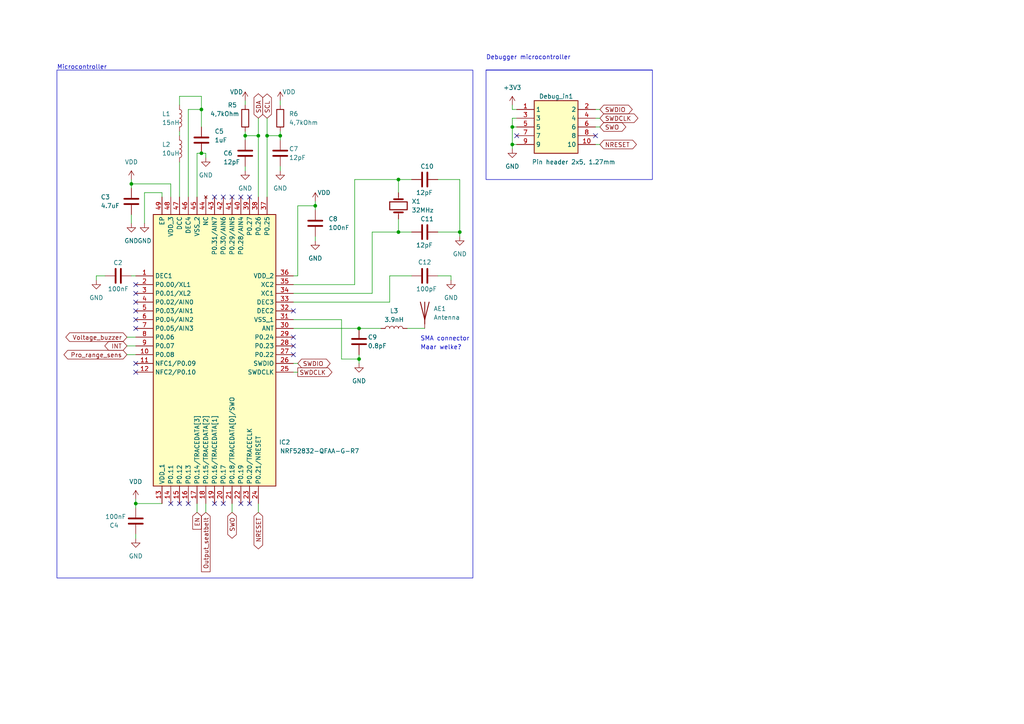
<source format=kicad_sch>
(kicad_sch (version 20230121) (generator eeschema)
  (paper "A4")
  (lib_symbols
    (symbol "Device:Antenna" (pin_numbers hide) (pin_names (offset 1.016) hide)
      (property "Reference" "AE" (at -1.905 1.905 0))
      (property "Value" "Antenna" (at -1.905 0 0))
      (symbol "Antenna_0_1"
        (polyline (pts (xy 0 2.54) (xy 0 -3.81)) (stroke (width 0.254)))
        (polyline (pts (xy 1.27 2.54) (xy 0 -2.54) (xy -1.27 2.54)) (stroke (width 0.254)))
      )
      (symbol "Antenna_1_1"
        (pin input line (at 0 -5.08 90) (length 2.54) (name "A") (number "1"))
      )
    )
    (symbol "Device:C" (pin_numbers hide) (pin_names (offset 0.254))
      (property "Reference" "C" (at 0.635 2.54 0))
      (property "Value" "C" (at 0.635 -2.54 0))
      (symbol "C_0_1"
        (polyline (pts (xy -2.032 -0.762) (xy 2.032 -0.762)) (stroke (width 0.508)))
        (polyline (pts (xy -2.032 0.762) (xy 2.032 0.762)) (stroke (width 0.508)))
      )
      (symbol "C_1_1"
        (pin passive line (at 0 3.81 270) (length 2.794) (name "~") (number "1"))
        (pin passive line (at 0 -3.81 90) (length 2.794) (name "~") (number "2"))
      )
    )
    (symbol "Device:Crystal" (pin_numbers hide) (pin_names (offset 1.016) hide)
      (property "Reference" "Y" (at 0 3.81 0))
      (property "Value" "Crystal" (at 0 -3.81 0))
      (symbol "Crystal_0_1"
        (rectangle (start -1.143 2.54) (end 1.143 -2.54) (stroke (width 0.3048)))
        (polyline (pts (xy -2.54 0) (xy -1.905 0)))
        (polyline (pts (xy -1.905 -1.27) (xy -1.905 1.27)) (stroke (width 0.508)))
        (polyline (pts (xy 1.905 -1.27) (xy 1.905 1.27)) (stroke (width 0.508)))
        (polyline (pts (xy 2.54 0) (xy 1.905 0)))
      )
      (symbol "Crystal_1_1"
        (pin passive line (at -3.81 0 0) (length 1.27) (name "1") (number "1"))
        (pin passive line (at 3.81 0 180) (length 1.27) (name "2") (number "2"))
      )
    )
    (symbol "Device:L" (pin_numbers hide) (pin_names (offset 1.016) hide)
      (property "Reference" "L" (at -1.27 0 90))
      (property "Value" "L" (at 1.905 0 90))
      (symbol "L_0_1"
        (arc (start 0 -2.54) (mid 0.6323 -1.905) (end 0 -1.27))
        (arc (start 0 -1.27) (mid 0.6323 -0.635) (end 0 0))
        (arc (start 0 0) (mid 0.6323 0.635) (end 0 1.27))
        (arc (start 0 1.27) (mid 0.6323 1.905) (end 0 2.54))
      )
      (symbol "L_1_1"
        (pin passive line (at 0 3.81 270) (length 1.27) (name "1") (number "1"))
        (pin passive line (at 0 -3.81 90) (length 1.27) (name "2") (number "2"))
      )
    )
    (symbol "Device:R" (pin_numbers hide) (pin_names (offset 0))
      (property "Reference" "R" (at 2.032 0 90))
      (property "Value" "R" (at 0 0 90))
      (symbol "R_0_1"
        (rectangle (start -1.016 -2.54) (end 1.016 2.54) (stroke (width 0.254)))
      )
      (symbol "R_1_1"
        (pin passive line (at 0 3.81 270) (length 1.27) (name "~") (number "1"))
        (pin passive line (at 0 -3.81 90) (length 1.27) (name "~") (number "2"))
      )
    )
    (symbol "FTSH-105-01-L-DV-K:FTSH-105-01-L-DV-K"
      (property "Reference" "J" (at 19.05 7.62 0))
      (property "Value" "FTSH-105-01-L-DV-K" (at 19.05 5.08 0))
      (symbol "FTSH-105-01-L-DV-K_1_1"
        (rectangle (start 5.08 2.54) (end 17.78 -12.7) (stroke (width 0.254)) (fill (type background)))
        (pin passive line (at 0 0 0) (length 5.08) (name "1") (number "1"))
        (pin passive line (at 22.86 -10.16 180) (length 5.08) (name "10") (number "10"))
        (pin passive line (at 22.86 0 180) (length 5.08) (name "2") (number "2"))
        (pin passive line (at 0 -2.54 0) (length 5.08) (name "3") (number "3"))
        (pin passive line (at 22.86 -2.54 180) (length 5.08) (name "4") (number "4"))
        (pin passive line (at 0 -5.08 0) (length 5.08) (name "5") (number "5"))
        (pin passive line (at 22.86 -5.08 180) (length 5.08) (name "6") (number "6"))
        (pin passive line (at 0 -7.62 0) (length 5.08) (name "7") (number "7"))
        (pin passive line (at 22.86 -7.62 180) (length 5.08) (name "8") (number "8"))
        (pin passive line (at 0 -10.16 0) (length 5.08) (name "9") (number "9"))
      )
    )
    (symbol "NRF52832-QFAA-G-R7:NRF52832-QFAA-G-R7"
      (property "Reference" "IC" (at 41.91 22.86 0))
      (property "Value" "NRF52832-QFAA-G-R7" (at 41.91 20.32 0))
      (symbol "NRF52832-QFAA-G-R7_1_1"
        (rectangle (start 5.08 17.78) (end 40.64 -60.96) (stroke (width 0.254)) (fill (type background)))
        (pin passive line (at 0 0 0) (length 5.08) (name "DEC1") (number "1"))
        (pin passive line (at 0 -22.86 0) (length 5.08) (name "P0.08") (number "10"))
        (pin passive line (at 0 -25.4 0) (length 5.08) (name "NFC1/P0.09") (number "11"))
        (pin passive line (at 0 -27.94 0) (length 5.08) (name "NFC2/P0.10") (number "12"))
        (pin passive line (at 7.62 -66.04 90) (length 5.08) (name "VDD_1") (number "13"))
        (pin passive line (at 10.16 -66.04 90) (length 5.08) (name "P0.11") (number "14"))
        (pin passive line (at 12.7 -66.04 90) (length 5.08) (name "P0.12") (number "15"))
        (pin passive line (at 15.24 -66.04 90) (length 5.08) (name "P0.13") (number "16"))
        (pin passive line (at 17.78 -66.04 90) (length 5.08) (name "P0.14/TRACEDATA[3]") (number "17"))
        (pin passive line (at 20.32 -66.04 90) (length 5.08) (name "P0.15/TRACEDATA[2]") (number "18"))
        (pin passive line (at 22.86 -66.04 90) (length 5.08) (name "P0.16/TRACEDATA[1]") (number "19"))
        (pin passive line (at 0 -2.54 0) (length 5.08) (name "P0.00/XL1") (number "2"))
        (pin passive line (at 25.4 -66.04 90) (length 5.08) (name "P0.17") (number "20"))
        (pin passive line (at 27.94 -66.04 90) (length 5.08) (name "P0.18/TRACEDATA[0]/SWO") (number "21"))
        (pin passive line (at 30.48 -66.04 90) (length 5.08) (name "P0.19") (number "22"))
        (pin passive line (at 33.02 -66.04 90) (length 5.08) (name "P0.20/TRACECLK") (number "23"))
        (pin passive line (at 35.56 -66.04 90) (length 5.08) (name "P0.21/NRESET") (number "24"))
        (pin passive line (at 45.72 -27.94 180) (length 5.08) (name "SWDCLK") (number "25"))
        (pin passive line (at 45.72 -25.4 180) (length 5.08) (name "SWDIO") (number "26"))
        (pin passive line (at 45.72 -22.86 180) (length 5.08) (name "P0.22") (number "27"))
        (pin passive line (at 45.72 -20.32 180) (length 5.08) (name "P0.23") (number "28"))
        (pin passive line (at 45.72 -17.78 180) (length 5.08) (name "P0.24") (number "29"))
        (pin passive line (at 0 -5.08 0) (length 5.08) (name "P0.01/XL2") (number "3"))
        (pin passive line (at 45.72 -15.24 180) (length 5.08) (name "ANT") (number "30"))
        (pin passive line (at 45.72 -12.7 180) (length 5.08) (name "VSS_1") (number "31"))
        (pin passive line (at 45.72 -10.16 180) (length 5.08) (name "DEC2") (number "32"))
        (pin passive line (at 45.72 -7.62 180) (length 5.08) (name "DEC3") (number "33"))
        (pin passive line (at 45.72 -5.08 180) (length 5.08) (name "XC1") (number "34"))
        (pin passive line (at 45.72 -2.54 180) (length 5.08) (name "XC2") (number "35"))
        (pin passive line (at 45.72 0 180) (length 5.08) (name "VDD_2") (number "36"))
        (pin passive line (at 38.1 22.86 270) (length 5.08) (name "P0.25") (number "37"))
        (pin passive line (at 35.56 22.86 270) (length 5.08) (name "P0.26") (number "38"))
        (pin passive line (at 33.02 22.86 270) (length 5.08) (name "P0.27") (number "39"))
        (pin passive line (at 0 -7.62 0) (length 5.08) (name "P0.02/AIN0") (number "4"))
        (pin passive line (at 30.48 22.86 270) (length 5.08) (name "P0.28/AIN4") (number "40"))
        (pin passive line (at 27.94 22.86 270) (length 5.08) (name "P0.29/AIN5") (number "41"))
        (pin passive line (at 25.4 22.86 270) (length 5.08) (name "P0.30/AIN6") (number "42"))
        (pin passive line (at 22.86 22.86 270) (length 5.08) (name "P0.31/AIN7") (number "43"))
        (pin no_connect line (at 20.32 22.86 270) (length 5.08) (name "NC") (number "44"))
        (pin passive line (at 17.78 22.86 270) (length 5.08) (name "VSS_2") (number "45"))
        (pin passive line (at 15.24 22.86 270) (length 5.08) (name "DEC4") (number "46"))
        (pin passive line (at 12.7 22.86 270) (length 5.08) (name "DCC") (number "47"))
        (pin passive line (at 10.16 22.86 270) (length 5.08) (name "VDD_3") (number "48"))
        (pin passive line (at 7.62 22.86 270) (length 5.08) (name "EP") (number "49"))
        (pin passive line (at 0 -10.16 0) (length 5.08) (name "P0.03/AIN1") (number "5"))
        (pin passive line (at 0 -12.7 0) (length 5.08) (name "P0.04/AIN2") (number "6"))
        (pin passive line (at 0 -15.24 0) (length 5.08) (name "P0.05/AIN3") (number "7"))
        (pin passive line (at 0 -17.78 0) (length 5.08) (name "P0.06") (number "8"))
        (pin passive line (at 0 -20.32 0) (length 5.08) (name "P0.07") (number "9"))
      )
    )
    (symbol "power:+3V3" (power) (pin_names (offset 0))
      (property "Value" "+3V3" (at 0 3.556 0))
      (symbol "+3V3_0_1"
        (polyline (pts (xy -0.762 1.27) (xy 0 2.54)))
        (polyline (pts (xy 0 0) (xy 0 2.54)))
        (polyline (pts (xy 0 2.54) (xy 0.762 1.27)))
      )
      (symbol "+3V3_1_1"
        (pin power_in line (at 0 0 90) (length 0) hide (name "+3V3") (number "1"))
      )
    )
    (symbol "power:GND" (power) (pin_names (offset 0))
      (property "Value" "GND" (at 0 -3.81 0))
      (symbol "GND_0_1"
        (polyline (pts (xy 0 0) (xy 0 -1.27) (xy 1.27 -1.27) (xy 0 -2.54) (xy -1.27 -1.27) (xy 0 -1.27)))
      )
      (symbol "GND_1_1"
        (pin power_in line (at 0 0 270) (length 0) hide (name "GND") (number "1"))
      )
    )
    (symbol "power:VDD" (power) (pin_names (offset 0))
      (property "Value" "VDD" (at 0 3.81 0))
      (symbol "VDD_0_1"
        (polyline (pts (xy -0.762 1.27) (xy 0 2.54)))
        (polyline (pts (xy 0 0) (xy 0 2.54)))
        (polyline (pts (xy 0 2.54) (xy 0.762 1.27)))
      )
      (symbol "VDD_1_1"
        (pin power_in line (at 0 0 90) (length 0) hide (name "VDD") (number "1"))
      )
    )
  )
  (junction (at 58.42 44.45))
  (junction (at 148.59 36.83))
  (junction (at 38.1 53.34))
  (junction (at 115.57 52.07))
  (junction (at 39.37 146.05))
  (junction (at 148.59 41.91))
  (junction (at 115.57 67.31))
  (junction (at 104.14 95.25))
  (junction (at 81.28 39.37))
  (junction (at 133.35 67.31))
  (junction (at 77.47 39.37))
  (junction (at 74.93 39.37))
  (junction (at 104.14 104.14))
  (junction (at 58.42 31.75))
  (junction (at 91.44 59.69))
  (junction (at 71.12 39.37))
  (no_connect (at 52.07 146.05))
  (no_connect (at 54.61 146.05))
  (no_connect (at 39.37 90.17))
  (no_connect (at 149.86 39.37))
  (no_connect (at 39.37 87.63))
  (no_connect (at 172.72 39.37))
  (no_connect (at 85.09 90.17))
  (no_connect (at 72.39 57.15))
  (no_connect (at 69.85 57.15))
  (no_connect (at 39.37 82.55))
  (no_connect (at 72.39 146.05))
  (no_connect (at 69.85 146.05))
  (no_connect (at 39.37 107.95))
  (no_connect (at 62.23 57.15))
  (no_connect (at 39.37 95.25))
  (no_connect (at 39.37 105.41))
  (no_connect (at 64.77 146.05))
  (no_connect (at 49.53 146.05))
  (no_connect (at 67.31 57.15))
  (no_connect (at 85.09 97.79))
  (no_connect (at 85.09 102.87))
  (no_connect (at 62.23 146.05))
  (no_connect (at 39.37 85.09))
  (no_connect (at 64.77 57.15))
  (no_connect (at 39.37 92.71))
  (no_connect (at 85.09 100.33))
  (wire (pts (xy 41.91 64.77) (xy 41.91 55.88)))
  (wire (pts (xy 74.93 34.29) (xy 74.93 39.37)))
  (wire (pts (xy 133.35 52.07) (xy 133.35 67.31)))
  (wire (pts (xy 39.37 154.94) (xy 39.37 156.21)))
  (wire (pts (xy 71.12 39.37) (xy 71.12 40.64)))
  (wire (pts (xy 91.44 58.42) (xy 91.44 59.69)))
  (wire (pts (xy 81.28 39.37) (xy 81.28 40.64)))
  (wire (pts (xy 59.69 146.05) (xy 59.69 148.59)))
  (wire (pts (xy 74.93 146.05) (xy 74.93 148.59)))
  (wire (pts (xy 130.81 80.01) (xy 130.81 81.28)))
  (wire (pts (xy 46.99 55.88) (xy 46.99 57.15)))
  (wire (pts (xy 52.07 38.1) (xy 52.07 39.37)))
  (wire (pts (xy 127 67.31) (xy 133.35 67.31)))
  (wire (pts (xy 77.47 39.37) (xy 81.28 39.37)))
  (wire (pts (xy 57.15 57.15) (xy 57.15 44.45)))
  (wire (pts (xy 54.61 31.75) (xy 58.42 31.75)))
  (wire (pts (xy 77.47 39.37) (xy 77.47 57.15)))
  (wire (pts (xy 38.1 52.07) (xy 38.1 53.34)))
  (wire (pts (xy 115.57 55.88) (xy 115.57 52.07)))
  (wire (pts (xy 172.72 41.91) (xy 173.99 41.91)))
  (wire (pts (xy 127 52.07) (xy 133.35 52.07)))
  (wire (pts (xy 149.86 34.29) (xy 148.59 34.29)))
  (wire (pts (xy 81.28 38.1) (xy 81.28 39.37)))
  (wire (pts (xy 52.07 27.94) (xy 58.42 27.94)))
  (wire (pts (xy 107.95 67.31) (xy 115.57 67.31)))
  (wire (pts (xy 74.93 39.37) (xy 74.93 57.15)))
  (wire (pts (xy 118.11 95.25) (xy 123.19 95.25)))
  (wire (pts (xy 148.59 36.83) (xy 148.59 41.91)))
  (wire (pts (xy 113.03 80.01) (xy 119.38 80.01)))
  (wire (pts (xy 85.09 82.55) (xy 102.87 82.55)))
  (wire (pts (xy 85.09 80.01) (xy 86.36 80.01)))
  (wire (pts (xy 58.42 31.75) (xy 58.42 36.83)))
  (wire (pts (xy 99.06 104.14) (xy 104.14 104.14)))
  (wire (pts (xy 71.12 29.21) (xy 71.12 30.48)))
  (wire (pts (xy 102.87 82.55) (xy 102.87 52.07)))
  (wire (pts (xy 85.09 105.41) (xy 86.36 105.41)))
  (wire (pts (xy 36.83 100.33) (xy 39.37 100.33)))
  (wire (pts (xy 113.03 87.63) (xy 113.03 80.01)))
  (wire (pts (xy 107.95 85.09) (xy 107.95 67.31)))
  (wire (pts (xy 104.14 102.87) (xy 104.14 104.14)))
  (wire (pts (xy 41.91 55.88) (xy 46.99 55.88)))
  (wire (pts (xy 99.06 92.71) (xy 99.06 104.14)))
  (wire (pts (xy 49.53 53.34) (xy 49.53 57.15)))
  (wire (pts (xy 71.12 38.1) (xy 71.12 39.37)))
  (wire (pts (xy 27.94 81.28) (xy 27.94 80.01)))
  (wire (pts (xy 59.69 45.72) (xy 59.69 44.45)))
  (wire (pts (xy 71.12 39.37) (xy 74.93 39.37)))
  (wire (pts (xy 52.07 30.48) (xy 52.07 27.94)))
  (wire (pts (xy 91.44 59.69) (xy 91.44 60.96)))
  (wire (pts (xy 115.57 63.5) (xy 115.57 67.31)))
  (wire (pts (xy 85.09 85.09) (xy 107.95 85.09)))
  (wire (pts (xy 85.09 87.63) (xy 113.03 87.63)))
  (wire (pts (xy 36.83 102.87) (xy 39.37 102.87)))
  (wire (pts (xy 91.44 68.58) (xy 91.44 69.85)))
  (wire (pts (xy 85.09 95.25) (xy 104.14 95.25)))
  (wire (pts (xy 27.94 80.01) (xy 30.48 80.01)))
  (wire (pts (xy 172.72 31.75) (xy 173.99 31.75)))
  (wire (pts (xy 86.36 80.01) (xy 86.36 59.69)))
  (wire (pts (xy 172.72 34.29) (xy 173.99 34.29)))
  (wire (pts (xy 148.59 30.48) (xy 148.59 31.75)))
  (wire (pts (xy 115.57 52.07) (xy 119.38 52.07)))
  (wire (pts (xy 38.1 80.01) (xy 39.37 80.01)))
  (wire (pts (xy 115.57 67.31) (xy 119.38 67.31)))
  (wire (pts (xy 58.42 27.94) (xy 58.42 31.75)))
  (wire (pts (xy 59.69 44.45) (xy 58.42 44.45)))
  (wire (pts (xy 57.15 44.45) (xy 58.42 44.45)))
  (wire (pts (xy 52.07 46.99) (xy 52.07 57.15)))
  (wire (pts (xy 36.83 97.79) (xy 39.37 97.79)))
  (wire (pts (xy 102.87 52.07) (xy 115.57 52.07)))
  (wire (pts (xy 85.09 107.95) (xy 86.36 107.95)))
  (wire (pts (xy 38.1 53.34) (xy 38.1 54.61)))
  (wire (pts (xy 133.35 68.58) (xy 133.35 67.31)))
  (wire (pts (xy 104.14 95.25) (xy 110.49 95.25)))
  (wire (pts (xy 77.47 34.29) (xy 77.47 39.37)))
  (wire (pts (xy 86.36 59.69) (xy 91.44 59.69)))
  (wire (pts (xy 71.12 48.26) (xy 71.12 49.53)))
  (wire (pts (xy 148.59 34.29) (xy 148.59 36.83)))
  (wire (pts (xy 81.28 29.21) (xy 81.28 30.48)))
  (wire (pts (xy 57.15 146.05) (xy 57.15 148.59)))
  (wire (pts (xy 148.59 41.91) (xy 149.86 41.91)))
  (wire (pts (xy 54.61 57.15) (xy 54.61 31.75)))
  (wire (pts (xy 85.09 92.71) (xy 99.06 92.71)))
  (wire (pts (xy 148.59 43.18) (xy 148.59 41.91)))
  (wire (pts (xy 148.59 31.75) (xy 149.86 31.75)))
  (wire (pts (xy 39.37 144.78) (xy 39.37 146.05)))
  (wire (pts (xy 39.37 146.05) (xy 39.37 147.32)))
  (wire (pts (xy 38.1 53.34) (xy 49.53 53.34)))
  (wire (pts (xy 104.14 104.14) (xy 104.14 105.41)))
  (wire (pts (xy 81.28 48.26) (xy 81.28 49.53)))
  (wire (pts (xy 39.37 146.05) (xy 46.99 146.05)))
  (wire (pts (xy 127 80.01) (xy 130.81 80.01)))
  (wire (pts (xy 172.72 36.83) (xy 173.99 36.83)))
  (wire (pts (xy 67.31 146.05) (xy 67.31 148.59)))
  (wire (pts (xy 148.59 36.83) (xy 149.86 36.83)))
  (wire (pts (xy 38.1 62.23) (xy 38.1 64.77)))
  (rectangle (start 140.97 20.32) (end 189.23 20.32))
  (rectangle (start 16.51 20.32) (end 137.16 167.64))
  (rectangle (start 140.97 20.32) (end 189.23 52.07))
  (text "Microcontroller\n" (at 16.51 20.32 0) (effects (font (size 1.27 1.27)) (justify left bottom)))
  (text "Maar welke?\n" (at 121.92 101.6 0) (effects (font (size 1.27 1.27)) (justify left bottom)))
  (text "SMA connector\n" (at 121.92 99.06 0) (effects (font (size 1.27 1.27)) (justify left bottom)))
  (text "Debugger microcontroller\n\n\n" (at 140.97 21.59 0) (effects (font (size 1.27 1.27)) (justify left bottom)))
  (global_label "Pro_range_sens" (shape bidirectional) (at 36.83 102.87 180) (property "Intersheetrefs" "${INTERSHEET_REFS}" (effects hide)))
  (global_label "SWDCLK" (shape output) (at 86.36 107.95 0) (property "Intersheetrefs" "${INTERSHEET_REFS}" (effects hide)))
  (global_label "NRESET" (shape bidirectional) (at 74.93 148.59 270) (property "Intersheetrefs" "${INTERSHEET_REFS}" (effects hide)))
  (global_label "NRESET" (shape bidirectional) (at 173.99 41.91 0) (property "Intersheetrefs" "${INTERSHEET_REFS}" (effects hide)))
  (global_label "Output_seatbelt" (shape input) (at 59.69 148.59 270) (property "Intersheetrefs" "${INTERSHEET_REFS}" (effects hide)))
  (global_label "SWO" (shape bidirectional) (at 173.99 36.83 0) (property "Intersheetrefs" "${INTERSHEET_REFS}" (effects hide)))
  (global_label "SWO" (shape bidirectional) (at 67.31 148.59 270) (property "Intersheetrefs" "${INTERSHEET_REFS}" (effects hide)))
  (global_label "SDA" (shape bidirectional) (at 74.93 34.29 90) (property "Intersheetrefs" "${INTERSHEET_REFS}" (effects hide)))
  (global_label "INT" (shape bidirectional) (at 36.83 100.33 180) (property "Intersheetrefs" "${INTERSHEET_REFS}" (effects hide)))
  (global_label "SWDCLK" (shape bidirectional) (at 173.99 34.29 0) (property "Intersheetrefs" "${INTERSHEET_REFS}" (effects hide)))
  (global_label "SWDIO" (shape bidirectional) (at 86.36 105.41 0) (property "Intersheetrefs" "${INTERSHEET_REFS}" (effects hide)))
  (global_label "Voltage_buzzer" (shape bidirectional) (at 36.83 97.79 180) (property "Intersheetrefs" "${INTERSHEET_REFS}" (effects hide)))
  (global_label "EN" (shape input) (at 57.15 148.59 270) (property "Intersheetrefs" "${INTERSHEET_REFS}" (effects hide)))
  (global_label "SCL" (shape bidirectional) (at 77.47 34.29 90) (property "Intersheetrefs" "${INTERSHEET_REFS}" (effects hide)))
  (global_label "SWDIO" (shape bidirectional) (at 173.99 31.75 0) (property "Intersheetrefs" "${INTERSHEET_REFS}" (effects hide)))
  (symbol (lib_id "power:GND") (at 38.1 64.77 0) (unit 1)
    (property "Reference" "#PWR011" (effects hide))
    (property "Value" "GND" (at 38.1 69.85 0))
    (instances (project "Driver_detector" (path "" (reference "#PWR011") (unit 1)) (path "" (reference "#PWR011") (unit 1))) (project "pcbIOT" (path "" (reference "#PWR022") (unit 1))))
  )
  (symbol (lib_id "NRF52832-QFAA-G-R7:NRF52832-QFAA-G-R7") (at 39.37 80.01 0) (unit 1)
    (property "Reference" "IC2" (at 82.55 128.27 0))
    (property "Value" "NRF52832-QFAA-G-R7" (at 92.71 130.81 0))
    (property "Footprint" "QFN40P600X600X95-49N" (effects hide))
    (property "Datasheet" "https://infocenter.nordicsemi.com/pdf/nRF52832_PS_v1.8.pdf" (effects hide))
    (property "Height" "0.95" (effects hide))
    (property "Mouser Part Number" "949-NRF52832QFAAG-R7" (effects hide))
    (property "Mouser Price/Stock" "https://www.mouser.co.uk/ProductDetail/Nordic-Semiconductor/NRF52832-QFAA-G-R7?qs=iLbezkQI%252BsiMpMdgrsoFbQ%3D%3D" (effects hide))
    (property "Manufacturer_Name" "Nordic Semiconductor" (effects hide))
    (property "Manufacturer_Part_Number" "NRF52832-QFAA-G-R7" (effects hide))
    (instances (project "Driver_detector" (path "" (reference "IC2") (unit 1)) (path "" (reference "IC2") (unit 1))) (project "pcbIOT" (path "" (reference "IC1") (unit 1))))
  )
  (symbol (lib_id "power:GND") (at 130.81 81.28 0) (unit 1)
    (property "Reference" "#PWR023" (effects hide))
    (property "Value" "GND" (at 130.81 86.36 0))
    (instances (project "Driver_detector" (path "" (reference "#PWR023") (unit 1)) (path "" (reference "#PWR023") (unit 1))) (project "pcbIOT" (path "" (reference "#PWR025") (unit 1))))
  )
  (symbol (lib_id "Device:R") (at 81.28 34.29 0) (unit 1)
    (property "Reference" "R6" (at 83.82 33.02 0) (effects (justify left)))
    (property "Value" "4,7kOhm" (at 83.82 35.56 0) (effects (justify left)))
    (instances (project "Driver_detector" (path "" (reference "R6") (unit 1)) (path "" (reference "R6") (unit 1))) (project "pcbIOT" (path "" (reference "R3") (unit 1))))
  )
  (symbol (lib_id "Device:C") (at 91.44 64.77 0) (unit 1)
    (property "Reference" "C8" (at 95.25 63.5 0) (effects (justify left)))
    (property "Value" "100nF" (at 95.25 66.04 0) (effects (justify left)))
    (instances (project "Driver_detector" (path "" (reference "C8") (unit 1)) (path "" (reference "C8") (unit 1))) (project "pcbIOT" (path "" (reference "C5") (unit 1))))
  )
  (symbol (lib_id "power:VDD") (at 91.44 58.42 0) (unit 1)
    (property "Reference" "#PWR020" (effects hide))
    (property "Value" "VDD" (at 93.98 55.88 0))
    (instances (project "Driver_detector" (path "" (reference "#PWR020") (unit 1)) (path "" (reference "#PWR020") (unit 1))) (project "pcbIOT" (path "" (reference "#PWR018") (unit 1))))
  )
  (symbol (lib_id "Device:C") (at 71.12 44.45 0) (unit 1)
    (property "Reference" "C6" (at 64.77 44.45 0) (effects (justify left)))
    (property "Value" "12pF" (at 64.77 46.99 0) (effects (justify left)))
    (instances (project "Driver_detector" (path "" (reference "C6") (unit 1)) (path "" (reference "C6") (unit 1))) (project "pcbIOT" (path "" (reference "C12") (unit 1))))
  )
  (symbol (lib_id "Device:R") (at 71.12 34.29 0) (unit 1)
    (property "Reference" "R5" (at 66.04 30.48 0) (effects (justify left)))
    (property "Value" "4,7kOhm" (at 60.96 33.02 0) (effects (justify left)))
    (instances (project "Driver_detector" (path "" (reference "R5") (unit 1)) (path "" (reference "R5") (unit 1))) (project "pcbIOT" (path "" (reference "R2") (unit 1))))
  )
  (symbol (lib_id "Device:Crystal") (at 115.57 59.69 270) (unit 1)
    (property "Reference" "X1" (at 119.38 58.42 90) (effects (justify left)))
    (property "Value" "32MHz" (at 119.38 60.96 90) (effects (justify left)))
  )
  (symbol (lib_id "power:GND") (at 41.91 64.77 0) (unit 1)
    (property "Reference" "#PWR014" (effects hide))
    (property "Value" "GND" (at 41.91 69.85 0))
    (instances (project "Driver_detector" (path "" (reference "#PWR014") (unit 1)) (path "" (reference "#PWR014") (unit 1))) (project "pcbIOT" (path "" (reference "#PWR020") (unit 1))))
  )
  (symbol (lib_id "Device:C") (at 39.37 151.13 0) (unit 1)
    (property "Reference" "C4" (at 31.75 152.4 0) (effects (justify left)))
    (property "Value" "100nF" (at 30.48 149.86 0) (effects (justify left)))
  )
  (symbol (lib_id "power:GND") (at 59.69 45.72 0) (unit 1)
    (property "Reference" "#PWR015" (effects hide))
    (property "Value" "GND" (at 59.69 50.8 0))
    (instances (project "Driver_detector" (path "" (reference "#PWR015") (unit 1)) (path "" (reference "#PWR015") (unit 1))) (project "pcbIOT" (path "" (reference "#PWR023") (unit 1))))
  )
  (symbol (lib_id "Device:L") (at 114.3 95.25 90) (unit 1)
    (property "Reference" "L3" (at 114.3 90.17 90))
    (property "Value" "3.9nH" (at 114.3 92.71 90))
    (instances (project "Driver_detector" (path "" (reference "L3") (unit 1)) (path "" (reference "L3") (unit 1))) (project "pcbIOT" (path "" (reference "L4") (unit 1))))
  )
  (symbol (lib_id "power:VDD") (at 71.12 29.21 0) (unit 1)
    (property "Reference" "#PWR016" (effects hide))
    (property "Value" "VDD" (at 68.58 26.67 0))
    (instances (project "Driver_detector" (path "" (reference "#PWR016") (unit 1)) (path "" (reference "#PWR016") (unit 1))) (project "pcbIOT" (path "" (reference "#PWR029") (unit 1))))
  )
  (symbol (lib_id "Device:C") (at 104.14 99.06 0) (unit 1)
    (property "Reference" "C9" (at 106.68 97.79 0) (effects (justify left)))
    (property "Value" "0.8pF" (at 106.68 100.33 0) (effects (justify left)))
    (instances (project "Driver_detector" (path "" (reference "C9") (unit 1)) (path "" (reference "C9") (unit 1))) (project "pcbIOT" (path "" (reference "C11") (unit 1))))
  )
  (symbol (lib_id "power:VDD") (at 39.37 144.78 0) (unit 1)
    (property "Reference" "#PWR012" (effects hide))
    (property "Value" "VDD" (at 39.37 139.7 0))
    (instances (project "Driver_detector" (path "" (reference "#PWR012") (unit 1)) (path "" (reference "#PWR012") (unit 1))) (project "pcbIOT" (path "" (reference "#PWR017") (unit 1))))
  )
  (symbol (lib_id "Device:C") (at 38.1 58.42 0) (unit 1)
    (property "Reference" "C3" (at 29.21 57.15 0) (effects (justify left)))
    (property "Value" "4.7uF" (at 29.21 59.69 0) (effects (justify left)))
    (instances (project "Driver_detector" (path "" (reference "C3") (unit 1)) (path "" (reference "C3") (unit 1))) (project "pcbIOT" (path "" (reference "C6") (unit 1))))
  )
  (symbol (lib_id "power:GND") (at 27.94 81.28 0) (unit 1)
    (property "Reference" "#PWR09" (effects hide))
    (property "Value" "GND" (at 27.94 86.36 0))
    (instances (project "Driver_detector" (path "" (reference "#PWR09") (unit 1)) (path "" (reference "#PWR09") (unit 1))) (project "pcbIOT" (path "" (reference "#PWR015") (unit 1))))
  )
  (symbol (lib_id "Device:C") (at 34.29 80.01 90) (unit 1)
    (property "Reference" "C2" (at 35.56 76.2 90) (effects (justify left)))
    (property "Value" "100nF" (at 37.3305 83.8108 90) (effects (justify left)))
    (instances (project "Driver_detector" (path "" (reference "C2") (unit 1)) (path "" (reference "C2") (unit 1))) (project "pcbIOT" (path "" (reference "C3") (unit 1))))
  )
  (symbol (lib_id "power:GND") (at 148.59 43.18 0) (unit 1)
    (property "Reference" "#PWR05" (effects hide))
    (property "Value" "GND" (at 148.59 48.26 0))
    (instances (project "Driver_detector" (path "" (reference "#PWR05") (unit 1)) (path "" (reference "#PWR044") (unit 1))) (project "pcbIOT" (path "" (reference "#PWR02") (unit 1))))
  )
  (symbol (lib_id "Device:Antenna") (at 123.19 90.17 0) (unit 1)
    (property "Reference" "AE1" (at 125.73 89.535 0) (effects (justify left)))
    (property "Value" "Antenna" (at 125.73 92.075 0) (effects (justify left)))
  )
  (symbol (lib_id "Device:C") (at 123.19 80.01 270) (unit 1)
    (property "Reference" "C12" (at 121.2098 76.0489 90) (effects (justify left)))
    (property "Value" "100pF" (at 120.65 83.82 90) (effects (justify left)))
    (instances (project "Driver_detector" (path "" (reference "C12") (unit 1)) (path "" (reference "C12") (unit 1))) (project "pcbIOT" (path "" (reference "C10") (unit 1))))
  )
  (symbol (lib_id "power:GND") (at 81.28 49.53 0) (unit 1)
    (property "Reference" "#PWR019" (effects hide))
    (property "Value" "GND" (at 81.28 54.61 0))
    (instances (project "Driver_detector" (path "" (reference "#PWR019") (unit 1)) (path "" (reference "#PWR019") (unit 1))) (project "pcbIOT" (path "" (reference "#PWR028") (unit 1))))
  )
  (symbol (lib_id "FTSH-105-01-L-DV-K:FTSH-105-01-L-DV-K") (at 149.86 31.75 0) (unit 1)
    (property "Reference" "Debug_in1" (at 161.29 27.94 0))
    (property "Value" "Pin header 2x5, 1.27mm" (at 166.37 46.99 0))
    (property "Footprint" "FTSH10501LDVK" (effects hide))
    (property "Datasheet" "https://www.arrow.com/en/products/ftsh-105-01-l-dv-k/samtec" (effects hide))
    (property "Height" "6.1" (effects hide))
    (property "Mouser Part Number" "200-FTSH10501LDVK" (effects hide))
    (property "Mouser Price/Stock" "https://www.mouser.co.uk/ProductDetail/Samtec/FTSH-105-01-L-DV-K?qs=%252B5JSS813miOqo3Vy%252BvhCFg%3D%3D" (effects hide))
    (property "Manufacturer_Name" "SAMTEC" (effects hide))
    (property "Manufacturer_Part_Number" "FTSH-105-01-L-DV-K" (effects hide))
    (instances (project "Driver_detector" (path "" (reference "Debug_in1") (unit 1)) (path "" (reference "Debug_in1") (unit 1))) (project "pcbIOT" (path "" (reference "Debug_in") (unit 1))))
  )
  (symbol (lib_id "power:GND") (at 39.37 156.21 0) (unit 1)
    (property "Reference" "#PWR013" (effects hide))
    (property "Value" "GND" (at 39.37 161.29 0))
    (instances (project "Driver_detector" (path "" (reference "#PWR013") (unit 1)) (path "" (reference "#PWR013") (unit 1))) (project "pcbIOT" (path "" (reference "#PWR016") (unit 1))))
  )
  (symbol (lib_id "Device:C") (at 123.19 52.07 270) (unit 1)
    (property "Reference" "C10" (at 121.92 48.26 90) (effects (justify left)))
    (property "Value" "12pF" (at 120.65 55.88 90) (effects (justify left)))
    (instances (project "Driver_detector" (path "" (reference "C10") (unit 1)) (path "" (reference "C10") (unit 1))) (project "pcbIOT" (path "" (reference "C8") (unit 1))))
  )
  (symbol (lib_id "Device:C") (at 58.42 40.64 0) (unit 1)
    (property "Reference" "C5" (at 62.23 38.1 0) (effects (justify left)))
    (property "Value" "1uF" (at 62.23 40.64 0) (effects (justify left)))
    (instances (project "Driver_detector" (path "" (reference "C5") (unit 1)) (path "" (reference "C5") (unit 1))) (project "pcbIOT" (path "" (reference "C7") (unit 1))))
  )
  (symbol (lib_id "power:VDD") (at 81.28 29.21 0) (unit 1)
    (property "Reference" "#PWR018" (effects hide))
    (property "Value" "VDD" (at 83.82 26.67 0))
    (instances (project "Driver_detector" (path "" (reference "#PWR018") (unit 1)) (path "" (reference "#PWR018") (unit 1))) (project "pcbIOT" (path "" (reference "#PWR030") (unit 1))))
  )
  (symbol (lib_id "power:GND") (at 71.12 49.53 0) (unit 1)
    (property "Reference" "#PWR017" (effects hide))
    (property "Value" "GND" (at 71.12 54.61 0))
    (instances (project "Driver_detector" (path "" (reference "#PWR017") (unit 1)) (path "" (reference "#PWR017") (unit 1))) (project "pcbIOT" (path "" (reference "#PWR027") (unit 1))))
  )
  (symbol (lib_id "Device:L") (at 52.07 43.18 0) (unit 1)
    (property "Reference" "L2" (at 46.99 41.91 0) (effects (justify left)))
    (property "Value" "10uH" (at 46.99 44.45 0) (effects (justify left)))
  )
  (symbol (lib_id "power:GND") (at 133.35 68.58 0) (unit 1)
    (property "Reference" "#PWR024" (effects hide))
    (property "Value" "GND" (at 133.35 73.66 0))
  )
  (symbol (lib_id "power:GND") (at 104.14 105.41 0) (unit 1)
    (property "Reference" "#PWR022" (effects hide))
    (property "Value" "GND" (at 104.14 110.49 0))
    (instances (project "Driver_detector" (path "" (reference "#PWR022") (unit 1)) (path "" (reference "#PWR022") (unit 1))) (project "pcbIOT" (path "" (reference "#PWR026") (unit 1))))
  )
  (symbol (lib_id "Device:C") (at 81.28 44.45 0) (unit 1)
    (property "Reference" "C7" (at 83.82 43.18 0) (effects (justify left)))
    (property "Value" "12pF" (at 83.82 45.72 0) (effects (justify left)))
    (instances (project "Driver_detector" (path "" (reference "C7") (unit 1)) (path "" (reference "C7") (unit 1))) (project "pcbIOT" (path "" (reference "C13") (unit 1))))
  )
  (symbol (lib_id "power:GND") (at 91.44 69.85 0) (unit 1)
    (property "Reference" "#PWR021" (effects hide))
    (property "Value" "GND" (at 91.44 74.93 0))
    (instances (project "Driver_detector" (path "" (reference "#PWR021") (unit 1)) (path "" (reference "#PWR021") (unit 1))) (project "pcbIOT" (path "" (reference "#PWR019") (unit 1))))
  )
  (symbol (lib_id "Device:C") (at 123.19 67.31 270) (unit 1)
    (property "Reference" "C11" (at 121.92 63.5 90) (effects (justify left)))
    (property "Value" "12pF" (at 120.65 71.12 90) (effects (justify left)))
    (instances (project "Driver_detector" (path "" (reference "C11") (unit 1)) (path "" (reference "C11") (unit 1))) (project "pcbIOT" (path "" (reference "C9") (unit 1))))
  )
  (symbol (lib_id "Device:L") (at 52.07 34.29 0) (unit 1)
    (property "Reference" "L1" (at 46.99 33.02 0) (effects (justify left)))
    (property "Value" "15nH" (at 46.99 35.56 0) (effects (justify left)))
    (instances (project "Driver_detector" (path "" (reference "L1") (unit 1)) (path "" (reference "L1") (unit 1))) (project "pcbIOT" (path "" (reference "L3") (unit 1))))
  )
  (symbol (lib_id "power:VDD") (at 38.1 52.07 0) (unit 1)
    (property "Reference" "#PWR010" (effects hide))
    (property "Value" "VDD" (at 38.1 46.99 0))
    (instances (project "Driver_detector" (path "" (reference "#PWR010") (unit 1)) (path "" (reference "#PWR010") (unit 1))) (project "pcbIOT" (path "" (reference "#PWR021") (unit 1))))
  )
  (symbol (lib_id "power:+3V3") (at 148.59 30.48 0) (unit 1)
    (property "Reference" "#PWR044" (effects hide))
    (property "Value" "+3V3" (at 148.59 25.4 0))
    (instances (project "Driver_detector" (path "" (reference "#PWR044") (unit 1)) (path "" (reference "#PWR05") (unit 1))))
  )
)
</source>
